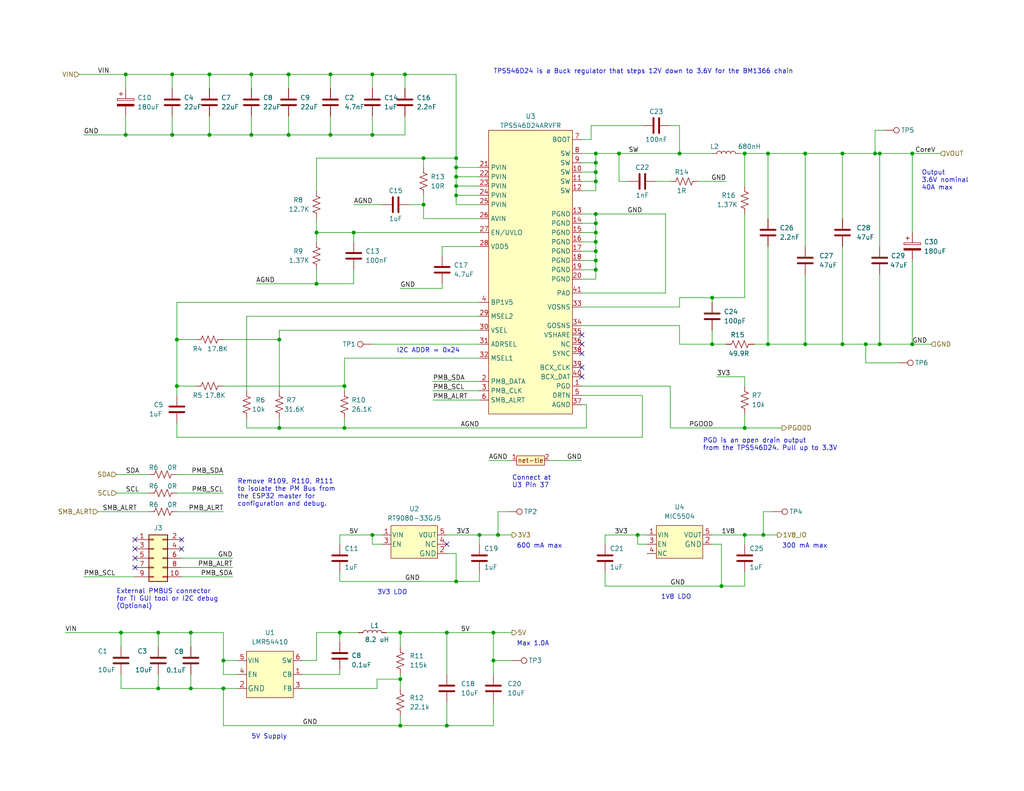
<source format=kicad_sch>
(kicad_sch (version 20231120) (generator "eeschema") (generator_version "8.0")
  (paper "A")
  (title_block (title "bitaxeHex") (date "2024-03-09") (rev "303"))
  (lib_symbols
    (symbol "Connector:TestPoint" (pin_numbers hide) (pin_names (offset 0.762) hide)
      (property "Reference" "TP" (at 0 6.858 0))
      (property "Value" "TestPoint" (at 0 5.08 0))
      (symbol "TestPoint_1_1"
        (pin passive line (at 0 0 90) (length 2.54) (name "1") (number "1"))
      )
    )
    (symbol "Connector_Generic:Conn_02x05_Odd_Even" (pin_names (offset 1.016) hide)
      (property "Reference" "J" (at 1.27 7.62 0))
      (property "Value" "Conn_02x05_Odd_Even" (at 1.27 -7.62 0))
      (symbol "Conn_02x05_Odd_Even_1_1"
        (pin passive line (at -5.08 5.08 0) (length 3.81) (name "Pin_1") (number "1"))
        (pin passive line (at 7.62 -5.08 180) (length 3.81) (name "Pin_10") (number "10"))
        (pin passive line (at 7.62 5.08 180) (length 3.81) (name "Pin_2") (number "2"))
        (pin passive line (at -5.08 2.54 0) (length 3.81) (name "Pin_3") (number "3"))
        (pin passive line (at 7.62 2.54 180) (length 3.81) (name "Pin_4") (number "4"))
        (pin passive line (at -5.08 0 0) (length 3.81) (name "Pin_5") (number "5"))
        (pin passive line (at 7.62 0 180) (length 3.81) (name "Pin_6") (number "6"))
        (pin passive line (at -5.08 -2.54 0) (length 3.81) (name "Pin_7") (number "7"))
        (pin passive line (at 7.62 -2.54 180) (length 3.81) (name "Pin_8") (number "8"))
        (pin passive line (at -5.08 -5.08 0) (length 3.81) (name "Pin_9") (number "9"))
      )
    )
    (symbol "Device:C" (pin_numbers hide) (pin_names (offset 0.254))
      (property "Reference" "C" (at 0.635 2.54 0))
      (property "Value" "C" (at 0.635 -2.54 0))
      (symbol "C_1_1"
        (pin passive line (at 0 3.81 270) (length 2.794) (name "~") (number "1"))
        (pin passive line (at 0 -3.81 90) (length 2.794) (name "~") (number "2"))
      )
    )
    (symbol "Device:C_Polarized" (pin_numbers hide) (pin_names (offset 0.254))
      (property "Reference" "C" (at 0.635 2.54 0))
      (property "Value" "C_Polarized" (at 0.635 -2.54 0))
      (symbol "C_Polarized_1_1"
        (pin passive line (at 0 3.81 270) (length 2.794) (name "~") (number "1"))
        (pin passive line (at 0 -3.81 90) (length 2.794) (name "~") (number "2"))
      )
    )
    (symbol "Device:L" (pin_numbers hide) (pin_names (offset 1.016) hide)
      (property "Reference" "L" (at -1.27 0 90))
      (property "Value" "L" (at 1.905 0 90))
      (symbol "L_1_1"
        (pin passive line (at 0 3.81 270) (length 1.27) (name "1") (number "1"))
        (pin passive line (at 0 -3.81 90) (length 1.27) (name "2") (number "2"))
      )
    )
    (symbol "Device:R_US" (pin_numbers hide) (pin_names (offset 0))
      (property "Reference" "R" (at 2.54 0 90))
      (property "Value" "R_US" (at -2.54 0 90))
      (symbol "R_US_1_1"
        (pin passive line (at 0 3.81 270) (length 1.27) (name "~") (number "1"))
        (pin passive line (at 0 -3.81 90) (length 1.27) (name "~") (number "2"))
      )
    )
    (symbol "bitaxe:LMR54410" (pin_names (offset 0.254))
      (property "Reference" "U" (at -5.08 7.62 0))
      (property "Value" "LMR54410" (at 0 -7.62 0))
      (symbol "LMR54410_1_1"
        (pin input line (at 8.89 0 180) (length 2.54) (name "CB") (number "1"))
        (pin power_in line (at -8.89 -3.81 0) (length 2.54) (name "GND") (number "2"))
        (pin input line (at 8.89 -3.81 180) (length 2.54) (name "FB") (number "3"))
        (pin input line (at -8.89 0 0) (length 2.54) (name "EN") (number "4"))
        (pin power_in line (at -8.89 3.81 0) (length 2.54) (name "VIN") (number "5"))
        (pin output line (at 8.89 3.81 180) (length 2.54) (name "SW") (number "6"))
      )
    )
    (symbol "bitaxe:MIC5504" (pin_names (offset 0.254))
      (property "Reference" "U" (at -6.35 5.08 0))
      (property "Value" "MIC5504" (at 0 -6.35 0))
      (symbol "MIC5504_1_1"
        (pin power_in line (at -8.89 1.27 0) (length 2.54) (name "VIN") (number "1"))
        (pin power_in line (at 8.89 -1.27 180) (length 2.54) (name "GND") (number "2"))
        (pin input line (at -8.89 -1.27 0) (length 2.54) (name "EN") (number "3"))
        (pin input line (at -8.89 -3.81 0) (length 2.54) (name "NC") (number "4"))
        (pin output line (at 8.89 1.27 180) (length 2.54) (name "VOUT") (number "5"))
      )
    )
    (symbol "bitaxe:RT9080-33GJ5" (pin_names (offset 0.254))
      (property "Reference" "U2" (at 0 8.382 0))
      (property "Value" "RT9080-33GJ5" (at 0 5.842 0))
      (symbol "RT9080-33GJ5_1_1"
        (pin power_in line (at -8.89 1.27 0) (length 2.54) (name "VIN") (number "1"))
        (pin power_in line (at 8.89 -3.81 180) (length 2.54) (name "GND") (number "2"))
        (pin input line (at -8.89 -1.27 0) (length 2.54) (name "EN") (number "3"))
        (pin power_in line (at 8.89 -1.27 180) (length 2.54) (name "NC") (number "4"))
        (pin output line (at 8.89 1.27 180) (length 2.54) (name "VOUT") (number "5"))
      )
    )
    (symbol "bitaxe:TPS546D24"
      (property "Reference" "U" (at -7.62 43.18 0))
      (property "Value" "TPS546D24" (at 6.35 43.18 0))
      (symbol "TPS546D24_1_1"
        (pin input line (at 13.97 -27.94 180) (length 2.54) (name "PGD") (number "1"))
        (pin power_in line (at 13.97 30.48 180) (length 2.54) (name "SW") (number "10"))
        (pin output line (at 13.97 27.94 180) (length 2.54) (name "SW") (number "11"))
        (pin power_out line (at 13.97 25.4 180) (length 2.54) (name "SW") (number "12"))
        (pin output line (at 13.97 19.05 180) (length 2.54) (name "PGND") (number "13"))
        (pin output line (at 13.97 16.51 180) (length 2.54) (name "PGND") (number "14"))
        (pin input line (at 13.97 13.97 180) (length 2.54) (name "PGND") (number "15"))
        (pin input line (at 13.97 11.43 180) (length 2.54) (name "PGND") (number "16"))
        (pin power_in line (at 13.97 8.89 180) (length 2.54) (name "PGND") (number "17"))
        (pin input line (at 13.97 6.35 180) (length 2.54) (name "PGND") (number "18"))
        (pin input line (at 13.97 3.81 180) (length 2.54) (name "PGND") (number "19"))
        (pin input line (at -13.97 -26.67 0) (length 2.54) (name "PMB_DATA") (number "2"))
        (pin power_in line (at 13.97 1.27 180) (length 2.54) (name "PGND") (number "20"))
        (pin input line (at -13.97 31.75 0) (length 2.54) (name "PVIN") (number "21"))
        (pin input line (at -13.97 29.21 0) (length 2.54) (name "PVIN") (number "22"))
        (pin input line (at -13.97 26.67 0) (length 2.54) (name "PVIN") (number "23"))
        (pin input line (at -13.97 24.13 0) (length 2.54) (name "PVIN") (number "24"))
        (pin input line (at -13.97 21.59 0) (length 2.54) (name "PVIN") (number "25"))
        (pin input line (at -13.97 17.78 0) (length 2.54) (name "AVIN") (number "26"))
        (pin input line (at -13.97 13.97 0) (length 2.54) (name "EN/UVLO") (number "27"))
        (pin output line (at -13.97 10.16 0) (length 2.54) (name "VDD5") (number "28"))
        (pin power_in line (at -13.97 -8.89 0) (length 2.54) (name "MSEL2") (number "29"))
        (pin input line (at -13.97 -29.21 0) (length 2.54) (name "PMB_CLK") (number "3"))
        (pin power_in line (at -13.97 -12.7 0) (length 2.54) (name "VSEL") (number "30"))
        (pin output line (at -13.97 -16.51 0) (length 2.54) (name "ADRSEL") (number "31"))
        (pin power_out line (at -13.97 -20.32 0) (length 2.54) (name "MSEL1") (number "32"))
        (pin output line (at 13.97 -6.35 180) (length 2.54) (name "VOSNS") (number "33"))
        (pin output line (at 13.97 -11.43 180) (length 2.54) (name "GOSNS") (number "34"))
        (pin input line (at 13.97 -13.97 180) (length 2.54) (name "VSHARE") (number "35"))
        (pin input line (at 13.97 -16.51 180) (length 2.54) (name "NC") (number "36"))
        (pin power_in line (at 13.97 -33.02 180) (length 2.54) (name "AGND") (number "37"))
        (pin input line (at 13.97 -19.05 180) (length 2.54) (name "SYNC") (number "38"))
        (pin input line (at 13.97 -22.86 180) (length 2.54) (name "BCX_CLK") (number "39"))
        (pin input line (at -13.97 -5.08 0) (length 2.54) (name "BP1V5") (number "4"))
        (pin input line (at 13.97 -25.4 180) (length 2.54) (name "BCX_DAT") (number "40"))
        (pin power_in line (at 13.97 -2.54 180) (length 2.54) (name "PAD") (number "41"))
        (pin input line (at 13.97 -30.48 180) (length 2.54) (name "DRTN") (number "5"))
        (pin input line (at -13.97 -31.75 0) (length 2.54) (name "SMB_ALRT") (number "6"))
        (pin input line (at 13.97 39.37 180) (length 2.54) (name "BOOT") (number "7"))
        (pin output line (at 13.97 35.56 180) (length 2.54) (name "SW") (number "8"))
        (pin power_in line (at 13.97 33.02 180) (length 2.54) (name "SW") (number "9"))
      )
    )
    (symbol "bitaxe:net-tie"
      (symbol "net-tie_1_0"
        (pin bidirectional line (at -5.08 0 0) (length 1.27) (name "") (number "1"))
        (pin bidirectional line (at 5.08 0 180) (length 1.27) (name "") (number "2"))
      )
      (symbol "net-tie_1_1"
        (text "net-tie" (at 0 0 0) (effects (font (size 1.27 1.27))))
      )
    )
  )
  (junction (at 162.56 58.42))
  (junction (at 203.2 116.84))
  (junction (at 173.99 146.05))
  (junction (at 48.26 92.71))
  (junction (at 52.07 187.96))
  (junction (at 52.07 172.72))
  (junction (at 96.52 63.5))
  (junction (at 229.87 93.98))
  (junction (at 109.22 198.12))
  (junction (at 124.46 48.26))
  (junction (at 33.02 172.72))
  (junction (at 121.92 172.72))
  (junction (at 90.17 20.32))
  (junction (at 135.89 146.05))
  (junction (at 238.76 41.91))
  (junction (at 43.18 172.72))
  (junction (at 219.71 93.98))
  (junction (at 115.57 55.88))
  (junction (at 109.22 185.42))
  (junction (at 78.74 36.83))
  (junction (at 162.56 71.12))
  (junction (at 34.29 36.83))
  (junction (at 124.46 45.72))
  (junction (at 78.74 20.32))
  (junction (at 162.56 41.91))
  (junction (at 115.57 43.18))
  (junction (at 60.96 187.96))
  (junction (at 248.92 41.91))
  (junction (at 46.99 36.83))
  (junction (at 57.15 20.32))
  (junction (at 162.56 49.53))
  (junction (at 196.85 160.02))
  (junction (at 57.15 36.83))
  (junction (at 162.56 46.99))
  (junction (at 185.42 41.91))
  (junction (at 124.46 43.18))
  (junction (at 162.56 44.45))
  (junction (at 162.56 60.96))
  (junction (at 162.56 68.58))
  (junction (at 101.6 36.83))
  (junction (at 219.71 41.91))
  (junction (at 68.58 36.83))
  (junction (at 68.58 20.32))
  (junction (at 134.62 180.34))
  (junction (at 168.91 41.91))
  (junction (at 203.2 41.91))
  (junction (at 93.98 116.84))
  (junction (at 248.92 93.98))
  (junction (at 110.49 20.32))
  (junction (at 124.46 53.34))
  (junction (at 236.22 93.98))
  (junction (at 162.56 73.66))
  (junction (at 124.46 158.75))
  (junction (at 124.46 50.8))
  (junction (at 162.56 63.5))
  (junction (at 101.6 20.32))
  (junction (at 46.99 20.32))
  (junction (at 209.55 93.98))
  (junction (at 76.2 92.71))
  (junction (at 48.26 105.41))
  (junction (at 134.62 172.72))
  (junction (at 43.18 187.96))
  (junction (at 109.22 172.72))
  (junction (at 208.28 146.05))
  (junction (at 86.36 63.5))
  (junction (at 162.56 66.04))
  (junction (at 34.29 20.32))
  (junction (at 101.6 146.05))
  (junction (at 92.71 172.72))
  (junction (at 203.2 146.05))
  (junction (at 209.55 41.91))
  (junction (at 93.98 105.41))
  (junction (at 130.81 146.05))
  (junction (at 229.87 41.91))
  (junction (at 60.96 180.34))
  (junction (at 86.36 77.47))
  (junction (at 121.92 198.12))
  (junction (at 240.03 41.91))
  (junction (at 194.31 81.28))
  (junction (at 76.2 116.84))
  (junction (at 240.03 93.98))
  (junction (at 90.17 36.83))
  (junction (at 194.31 93.98))
  (no_connect (at 158.75 102.87))
  (no_connect (at 49.53 149.86))
  (no_connect (at 121.92 148.59))
  (no_connect (at 158.75 96.52))
  (no_connect (at 49.53 147.32))
  (no_connect (at 36.83 147.32))
  (no_connect (at 36.83 154.94))
  (no_connect (at 36.83 149.86))
  (no_connect (at 36.83 152.4))
  (no_connect (at 158.75 91.44))
  (no_connect (at 158.75 100.33))
  (no_connect (at 158.75 93.98))
  (wire (pts (xy 130.81 55.88) (xy 124.46 55.88)))
  (wire (pts (xy 162.56 71.12) (xy 162.56 73.66)))
  (wire (pts (xy 203.2 146.05) (xy 208.28 146.05)))
  (wire (pts (xy 203.2 160.02) (xy 196.85 160.02)))
  (wire (pts (xy 173.99 148.59) (xy 173.99 146.05)))
  (wire (pts (xy 240.03 41.91) (xy 248.92 41.91)))
  (wire (pts (xy 22.86 157.48) (xy 36.83 157.48)))
  (wire (pts (xy 120.65 67.31) (xy 130.81 67.31)))
  (wire (pts (xy 203.2 146.05) (xy 203.2 148.59)))
  (wire (pts (xy 48.26 92.71) (xy 48.26 105.41)))
  (wire (pts (xy 57.15 20.32) (xy 46.99 20.32)))
  (wire (pts (xy 162.56 66.04) (xy 162.56 68.58)))
  (wire (pts (xy 158.75 60.96) (xy 162.56 60.96)))
  (wire (pts (xy 194.31 148.59) (xy 196.85 148.59)))
  (wire (pts (xy 158.75 80.01) (xy 181.61 80.01)))
  (wire (pts (xy 96.52 73.66) (xy 96.52 77.47)))
  (wire (pts (xy 96.52 63.5) (xy 86.36 63.5)))
  (wire (pts (xy 134.62 191.77) (xy 134.62 198.12)))
  (wire (pts (xy 240.03 41.91) (xy 240.03 67.31)))
  (wire (pts (xy 102.87 187.96) (xy 102.87 185.42)))
  (wire (pts (xy 158.75 83.82) (xy 185.42 83.82)))
  (wire (pts (xy 121.92 151.13) (xy 124.46 151.13)))
  (wire (pts (xy 158.75 52.07) (xy 162.56 52.07)))
  (wire (pts (xy 194.31 93.98) (xy 198.12 93.98)))
  (wire (pts (xy 165.1 146.05) (xy 173.99 146.05)))
  (wire (pts (xy 179.07 49.53) (xy 182.88 49.53)))
  (wire (pts (xy 185.42 88.9) (xy 185.42 93.98)))
  (wire (pts (xy 158.75 73.66) (xy 162.56 73.66)))
  (wire (pts (xy 46.99 31.75) (xy 46.99 36.83)))
  (wire (pts (xy 49.53 154.94) (xy 63.5 154.94)))
  (wire (pts (xy 203.2 41.91) (xy 209.55 41.91)))
  (wire (pts (xy 162.56 60.96) (xy 162.56 63.5)))
  (wire (pts (xy 33.02 172.72) (xy 33.02 176.53)))
  (wire (pts (xy 175.26 119.38) (xy 175.26 107.95)))
  (wire (pts (xy 43.18 172.72) (xy 52.07 172.72)))
  (wire (pts (xy 31.75 134.62) (xy 40.64 134.62)))
  (wire (pts (xy 52.07 172.72) (xy 52.07 176.53)))
  (wire (pts (xy 82.55 180.34) (xy 86.36 180.34)))
  (wire (pts (xy 121.92 172.72) (xy 109.22 172.72)))
  (wire (pts (xy 67.31 116.84) (xy 76.2 116.84)))
  (wire (pts (xy 158.75 38.1) (xy 161.29 38.1)))
  (wire (pts (xy 92.71 172.72) (xy 92.71 175.26)))
  (wire (pts (xy 162.56 52.07) (xy 162.56 49.53)))
  (wire (pts (xy 60.96 198.12) (xy 109.22 198.12)))
  (wire (pts (xy 133.35 125.73) (xy 139.7 125.73)))
  (wire (pts (xy 96.52 66.04) (xy 96.52 63.5)))
  (wire (pts (xy 48.26 105.41) (xy 53.34 105.41)))
  (wire (pts (xy 124.46 20.32) (xy 110.49 20.32)))
  (wire (pts (xy 60.96 105.41) (xy 93.98 105.41)))
  (wire (pts (xy 124.46 151.13) (xy 124.46 158.75)))
  (wire (pts (xy 203.2 41.91) (xy 203.2 50.8)))
  (wire (pts (xy 203.2 156.21) (xy 203.2 160.02)))
  (wire (pts (xy 109.22 184.15) (xy 109.22 185.42)))
  (wire (pts (xy 115.57 59.69) (xy 115.57 55.88)))
  (wire (pts (xy 60.96 187.96) (xy 52.07 187.96)))
  (wire (pts (xy 101.6 36.83) (xy 110.49 36.83)))
  (wire (pts (xy 138.43 139.7) (xy 135.89 139.7)))
  (wire (pts (xy 78.74 31.75) (xy 78.74 36.83)))
  (wire (pts (xy 26.67 139.7) (xy 40.64 139.7)))
  (wire (pts (xy 134.62 180.34) (xy 139.7 180.34)))
  (wire (pts (xy 67.31 114.3) (xy 67.31 116.84)))
  (wire (pts (xy 93.98 116.84) (xy 160.02 116.84)))
  (wire (pts (xy 219.71 41.91) (xy 219.71 67.31)))
  (wire (pts (xy 78.74 36.83) (xy 90.17 36.83)))
  (wire (pts (xy 46.99 20.32) (xy 34.29 20.32)))
  (wire (pts (xy 124.46 45.72) (xy 130.81 45.72)))
  (wire (pts (xy 33.02 187.96) (xy 33.02 184.15)))
  (wire (pts (xy 203.2 58.42) (xy 203.2 81.28)))
  (wire (pts (xy 121.92 191.77) (xy 121.92 198.12)))
  (wire (pts (xy 92.71 158.75) (xy 124.46 158.75)))
  (wire (pts (xy 229.87 67.31) (xy 229.87 93.98)))
  (wire (pts (xy 158.75 88.9) (xy 185.42 88.9)))
  (wire (pts (xy 48.26 139.7) (xy 60.96 139.7)))
  (wire (pts (xy 219.71 93.98) (xy 229.87 93.98)))
  (wire (pts (xy 48.26 92.71) (xy 53.34 92.71)))
  (wire (pts (xy 52.07 172.72) (xy 60.96 172.72)))
  (wire (pts (xy 168.91 41.91) (xy 185.42 41.91)))
  (wire (pts (xy 238.76 41.91) (xy 240.03 41.91)))
  (wire (pts (xy 124.46 48.26) (xy 130.81 48.26)))
  (wire (pts (xy 176.53 148.59) (xy 173.99 148.59)))
  (wire (pts (xy 115.57 53.34) (xy 115.57 55.88)))
  (wire (pts (xy 130.81 156.21) (xy 130.81 158.75)))
  (wire (pts (xy 210.82 139.7) (xy 208.28 139.7)))
  (wire (pts (xy 22.86 36.83) (xy 34.29 36.83)))
  (wire (pts (xy 115.57 43.18) (xy 124.46 43.18)))
  (wire (pts (xy 158.75 46.99) (xy 162.56 46.99)))
  (wire (pts (xy 158.75 71.12) (xy 162.56 71.12)))
  (wire (pts (xy 190.5 49.53) (xy 198.12 49.53)))
  (wire (pts (xy 240.03 93.98) (xy 248.92 93.98)))
  (wire (pts (xy 209.55 41.91) (xy 209.55 59.69)))
  (wire (pts (xy 86.36 52.07) (xy 86.36 43.18)))
  (wire (pts (xy 86.36 73.66) (xy 86.36 77.47)))
  (wire (pts (xy 78.74 20.32) (xy 68.58 20.32)))
  (wire (pts (xy 185.42 83.82) (xy 185.42 81.28)))
  (wire (pts (xy 240.03 74.93) (xy 240.03 93.98)))
  (wire (pts (xy 236.22 93.98) (xy 240.03 93.98)))
  (wire (pts (xy 82.55 184.15) (xy 92.71 184.15)))
  (wire (pts (xy 68.58 20.32) (xy 68.58 24.13)))
  (wire (pts (xy 60.96 180.34) (xy 60.96 172.72)))
  (wire (pts (xy 121.92 146.05) (xy 130.81 146.05)))
  (wire (pts (xy 162.56 44.45) (xy 162.56 41.91)))
  (wire (pts (xy 229.87 93.98) (xy 236.22 93.98)))
  (wire (pts (xy 68.58 36.83) (xy 78.74 36.83)))
  (wire (pts (xy 93.98 97.79) (xy 93.98 105.41)))
  (wire (pts (xy 93.98 97.79) (xy 130.81 97.79)))
  (wire (pts (xy 209.55 93.98) (xy 219.71 93.98)))
  (wire (pts (xy 134.62 172.72) (xy 134.62 180.34)))
  (wire (pts (xy 109.22 195.58) (xy 109.22 198.12)))
  (wire (pts (xy 43.18 187.96) (xy 33.02 187.96)))
  (wire (pts (xy 76.2 90.17) (xy 76.2 92.71)))
  (wire (pts (xy 185.42 93.98) (xy 194.31 93.98)))
  (wire (pts (xy 165.1 146.05) (xy 165.1 148.59)))
  (wire (pts (xy 238.76 35.56) (xy 238.76 41.91)))
  (wire (pts (xy 236.22 99.06) (xy 236.22 93.98)))
  (wire (pts (xy 229.87 41.91) (xy 238.76 41.91)))
  (wire (pts (xy 194.31 90.17) (xy 194.31 93.98)))
  (wire (pts (xy 46.99 36.83) (xy 57.15 36.83)))
  (wire (pts (xy 90.17 36.83) (xy 101.6 36.83)))
  (wire (pts (xy 90.17 20.32) (xy 78.74 20.32)))
  (wire (pts (xy 196.85 148.59) (xy 196.85 160.02)))
  (wire (pts (xy 182.88 105.41) (xy 182.88 116.84)))
  (wire (pts (xy 160.02 110.49) (xy 160.02 116.84)))
  (wire (pts (xy 219.71 74.93) (xy 219.71 93.98)))
  (wire (pts (xy 101.6 93.98) (xy 130.81 93.98)))
  (wire (pts (xy 182.88 116.84) (xy 203.2 116.84)))
  (wire (pts (xy 110.49 20.32) (xy 110.49 24.13)))
  (wire (pts (xy 118.11 104.14) (xy 130.81 104.14)))
  (wire (pts (xy 49.53 152.4) (xy 63.5 152.4)))
  (wire (pts (xy 124.46 20.32) (xy 124.46 43.18)))
  (wire (pts (xy 111.76 55.88) (xy 115.57 55.88)))
  (wire (pts (xy 135.89 146.05) (xy 139.7 146.05)))
  (wire (pts (xy 76.2 116.84) (xy 93.98 116.84)))
  (wire (pts (xy 86.36 59.69) (xy 86.36 63.5)))
  (wire (pts (xy 162.56 68.58) (xy 162.56 71.12)))
  (wire (pts (xy 120.65 77.47) (xy 120.65 78.74)))
  (wire (pts (xy 124.46 43.18) (xy 124.46 45.72)))
  (wire (pts (xy 78.74 20.32) (xy 78.74 24.13)))
  (wire (pts (xy 86.36 63.5) (xy 86.36 66.04)))
  (wire (pts (xy 124.46 50.8) (xy 130.81 50.8)))
  (wire (pts (xy 124.46 45.72) (xy 124.46 48.26)))
  (wire (pts (xy 162.56 46.99) (xy 162.56 44.45)))
  (wire (pts (xy 17.78 172.72) (xy 33.02 172.72)))
  (wire (pts (xy 158.75 105.41) (xy 182.88 105.41)))
  (wire (pts (xy 109.22 172.72) (xy 109.22 176.53)))
  (wire (pts (xy 43.18 187.96) (xy 43.18 184.15)))
  (wire (pts (xy 60.96 184.15) (xy 60.96 180.34)))
  (wire (pts (xy 48.26 129.54) (xy 60.96 129.54)))
  (wire (pts (xy 92.71 172.72) (xy 97.79 172.72)))
  (wire (pts (xy 48.26 119.38) (xy 175.26 119.38)))
  (wire (pts (xy 135.89 139.7) (xy 135.89 146.05)))
  (wire (pts (xy 162.56 76.2) (xy 158.75 76.2)))
  (wire (pts (xy 64.77 184.15) (xy 60.96 184.15)))
  (wire (pts (xy 248.92 93.98) (xy 254 93.98)))
  (wire (pts (xy 34.29 36.83) (xy 46.99 36.83)))
  (wire (pts (xy 48.26 134.62) (xy 60.96 134.62)))
  (wire (pts (xy 241.3 35.56) (xy 238.76 35.56)))
  (wire (pts (xy 134.62 180.34) (xy 134.62 184.15)))
  (wire (pts (xy 48.26 107.95) (xy 48.26 105.41)))
  (wire (pts (xy 76.2 90.17) (xy 130.81 90.17)))
  (wire (pts (xy 158.75 110.49) (xy 160.02 110.49)))
  (wire (pts (xy 248.92 41.91) (xy 256.54 41.91)))
  (wire (pts (xy 92.71 184.15) (xy 92.71 182.88)))
  (wire (pts (xy 248.92 71.12) (xy 248.92 93.98)))
  (wire (pts (xy 175.26 107.95) (xy 158.75 107.95)))
  (wire (pts (xy 134.62 198.12) (xy 121.92 198.12)))
  (wire (pts (xy 158.75 66.04) (xy 162.56 66.04)))
  (wire (pts (xy 96.52 55.88) (xy 104.14 55.88)))
  (wire (pts (xy 115.57 45.72) (xy 115.57 43.18)))
  (wire (pts (xy 101.6 20.32) (xy 90.17 20.32)))
  (wire (pts (xy 171.45 49.53) (xy 168.91 49.53)))
  (wire (pts (xy 68.58 20.32) (xy 57.15 20.32)))
  (wire (pts (xy 149.86 125.73) (xy 158.75 125.73)))
  (wire (pts (xy 203.2 81.28) (xy 194.31 81.28)))
  (wire (pts (xy 185.42 81.28) (xy 194.31 81.28)))
  (wire (pts (xy 110.49 20.32) (xy 101.6 20.32)))
  (wire (pts (xy 173.99 146.05) (xy 176.53 146.05)))
  (wire (pts (xy 124.46 53.34) (xy 130.81 53.34)))
  (wire (pts (xy 64.77 180.34) (xy 60.96 180.34)))
  (wire (pts (xy 196.85 160.02) (xy 165.1 160.02)))
  (wire (pts (xy 195.58 102.87) (xy 203.2 102.87)))
  (wire (pts (xy 161.29 34.29) (xy 175.26 34.29)))
  (wire (pts (xy 48.26 82.55) (xy 130.81 82.55)))
  (wire (pts (xy 105.41 172.72) (xy 109.22 172.72)))
  (wire (pts (xy 124.46 48.26) (xy 124.46 50.8)))
  (wire (pts (xy 162.56 41.91) (xy 168.91 41.91)))
  (wire (pts (xy 208.28 139.7) (xy 208.28 146.05)))
  (wire (pts (xy 134.62 172.72) (xy 139.7 172.72)))
  (wire (pts (xy 86.36 172.72) (xy 92.71 172.72)))
  (wire (pts (xy 118.11 106.68) (xy 130.81 106.68)))
  (wire (pts (xy 120.65 69.85) (xy 120.65 67.31)))
  (wire (pts (xy 48.26 82.55) (xy 48.26 92.71)))
  (wire (pts (xy 102.87 185.42) (xy 109.22 185.42)))
  (wire (pts (xy 121.92 172.72) (xy 121.92 184.15)))
  (wire (pts (xy 52.07 187.96) (xy 43.18 187.96)))
  (wire (pts (xy 34.29 31.75) (xy 34.29 36.83)))
  (wire (pts (xy 209.55 41.91) (xy 219.71 41.91)))
  (wire (pts (xy 46.99 20.32) (xy 46.99 24.13)))
  (wire (pts (xy 121.92 172.72) (xy 134.62 172.72)))
  (wire (pts (xy 130.81 146.05) (xy 135.89 146.05)))
  (wire (pts (xy 162.56 41.91) (xy 158.75 41.91)))
  (wire (pts (xy 124.46 50.8) (xy 124.46 53.34)))
  (wire (pts (xy 67.31 86.36) (xy 130.81 86.36)))
  (wire (pts (xy 229.87 41.91) (xy 229.87 59.69)))
  (wire (pts (xy 245.11 99.06) (xy 236.22 99.06)))
  (wire (pts (xy 165.1 160.02) (xy 165.1 156.21)))
  (wire (pts (xy 201.93 41.91) (xy 203.2 41.91)))
  (wire (pts (xy 34.29 24.13) (xy 34.29 20.32)))
  (wire (pts (xy 124.46 53.34) (xy 124.46 55.88)))
  (wire (pts (xy 101.6 148.59) (xy 101.6 146.05)))
  (wire (pts (xy 185.42 41.91) (xy 194.31 41.91)))
  (wire (pts (xy 33.02 172.72) (xy 43.18 172.72)))
  (wire (pts (xy 67.31 86.36) (xy 67.31 106.68)))
  (wire (pts (xy 21.59 20.32) (xy 34.29 20.32)))
  (wire (pts (xy 203.2 116.84) (xy 213.36 116.84)))
  (wire (pts (xy 93.98 116.84) (xy 93.98 114.3)))
  (wire (pts (xy 69.85 77.47) (xy 86.36 77.47)))
  (wire (pts (xy 57.15 31.75) (xy 57.15 36.83)))
  (wire (pts (xy 205.74 93.98) (xy 209.55 93.98)))
  (wire (pts (xy 181.61 80.01) (xy 181.61 58.42)))
  (wire (pts (xy 158.75 63.5) (xy 162.56 63.5)))
  (wire (pts (xy 109.22 78.74) (xy 120.65 78.74)))
  (wire (pts (xy 124.46 158.75) (xy 130.81 158.75)))
  (wire (pts (xy 248.92 63.5) (xy 248.92 41.91)))
  (wire (pts (xy 168.91 49.53) (xy 168.91 41.91)))
  (wire (pts (xy 185.42 34.29) (xy 185.42 41.91)))
  (wire (pts (xy 31.75 129.54) (xy 40.64 129.54)))
  (wire (pts (xy 104.14 148.59) (xy 101.6 148.59)))
  (wire (pts (xy 203.2 105.41) (xy 203.2 102.87)))
  (wire (pts (xy 115.57 59.69) (xy 130.81 59.69)))
  (wire (pts (xy 76.2 114.3) (xy 76.2 116.84)))
  (wire (pts (xy 162.56 58.42) (xy 181.61 58.42)))
  (wire (pts (xy 118.11 109.22) (xy 130.81 109.22)))
  (wire (pts (xy 162.56 58.42) (xy 162.56 60.96)))
  (wire (pts (xy 219.71 41.91) (xy 229.87 41.91)))
  (wire (pts (xy 162.56 49.53) (xy 162.56 46.99)))
  (wire (pts (xy 86.36 77.47) (xy 96.52 77.47)))
  (wire (pts (xy 158.75 44.45) (xy 162.56 44.45)))
  (wire (pts (xy 162.56 73.66) (xy 162.56 76.2)))
  (wire (pts (xy 90.17 31.75) (xy 90.17 36.83)))
  (wire (pts (xy 52.07 184.15) (xy 52.07 187.96)))
  (wire (pts (xy 43.18 172.72) (xy 43.18 176.53)))
  (wire (pts (xy 64.77 187.96) (xy 60.96 187.96)))
  (wire (pts (xy 92.71 146.05) (xy 92.71 148.59)))
  (wire (pts (xy 158.75 68.58) (xy 162.56 68.58)))
  (wire (pts (xy 158.75 49.53) (xy 162.56 49.53)))
  (wire (pts (xy 93.98 105.41) (xy 93.98 106.68)))
  (wire (pts (xy 203.2 113.03) (xy 203.2 116.84)))
  (wire (pts (xy 76.2 92.71) (xy 76.2 106.68)))
  (wire (pts (xy 57.15 20.32) (xy 57.15 24.13)))
  (wire (pts (xy 68.58 31.75) (xy 68.58 36.83)))
  (wire (pts (xy 130.81 146.05) (xy 130.81 148.59)))
  (wire (pts (xy 182.88 34.29) (xy 185.42 34.29)))
  (wire (pts (xy 96.52 63.5) (xy 130.81 63.5)))
  (wire (pts (xy 92.71 146.05) (xy 101.6 146.05)))
  (wire (pts (xy 109.22 185.42) (xy 109.22 187.96)))
  (wire (pts (xy 86.36 43.18) (xy 115.57 43.18)))
  (wire (pts (xy 82.55 187.96) (xy 102.87 187.96)))
  (wire (pts (xy 208.28 146.05) (xy 212.09 146.05)))
  (wire (pts (xy 60.96 92.71) (xy 76.2 92.71)))
  (wire (pts (xy 60.96 187.96) (xy 60.96 198.12)))
  (wire (pts (xy 86.36 180.34) (xy 86.36 172.72)))
  (wire (pts (xy 158.75 58.42) (xy 162.56 58.42)))
  (wire (pts (xy 101.6 146.05) (xy 104.14 146.05)))
  (wire (pts (xy 209.55 67.31) (xy 209.55 93.98)))
  (wire (pts (xy 194.31 146.05) (xy 203.2 146.05)))
  (wire (pts (xy 49.53 157.48) (xy 63.5 157.48)))
  (wire (pts (xy 101.6 31.75) (xy 101.6 36.83)))
  (wire (pts (xy 161.29 38.1) (xy 161.29 34.29)))
  (wire (pts (xy 194.31 81.28) (xy 194.31 82.55)))
  (wire (pts (xy 110.49 36.83) (xy 110.49 31.75)))
  (wire (pts (xy 90.17 20.32) (xy 90.17 24.13)))
  (wire (pts (xy 57.15 36.83) (xy 68.58 36.83)))
  (wire (pts (xy 162.56 63.5) (xy 162.56 66.04)))
  (wire (pts (xy 121.92 198.12) (xy 109.22 198.12)))
  (wire (pts (xy 101.6 20.32) (xy 101.6 24.13)))
  (wire (pts (xy 48.26 115.57) (xy 48.26 119.38)))
  (wire (pts (xy 92.71 158.75) (xy 92.71 156.21)))
  (text "1V8 LDO" (at 180.34 163.83 0) (effects (font (size 1.27 1.27)) (justify left bottom)))
  (text "Output \n3.6V nominal\n40A max" (at 251.46 52.07 0) (effects (font (size 1.27 1.27)) (justify left bottom)))
  (text "TPS546D24 is a Buck regulator that steps 12V down to 3.6V for the BM1366 chain" (at 134.62 20.32 0) (effects (font (size 1.27 1.27)) (justify left bottom)))
  (text "3V3 LDO" (at 102.87 162.56 0) (effects (font (size 1.27 1.27)) (justify left bottom)))
  (text "300 mA max" (at 213.36 149.86 0) (effects (font (size 1.27 1.27)) (justify left bottom)))
  (text "Remove R109, R110, R111\nto isolate the PM Bus from\nthe ESP32 master for \nconfiguration and debug." (at 64.77 138.43 0) (effects (font (size 1.27 1.27)) (justify left bottom)))
  (text "Max 1.0A" (at 140.97 176.53 0) (effects (font (size 1.27 1.27)) (justify left bottom)))
  (text "Connect at\nU3 Pin 37" (at 139.7 133.35 0) (effects (font (size 1.27 1.27)) (justify left bottom)))
  (text "External PMBUS connector\nfor TI GUI tool or I2C debug\n(Optional)" (at 31.75 166.37 0) (effects (font (size 1.27 1.27)) (justify left bottom)))
  (text "600 mA max" (at 140.97 149.86 0) (effects (font (size 1.27 1.27)) (justify left bottom)))
  (text "5V Supply" (at 68.58 201.93 0) (effects (font (size 1.27 1.27)) (justify left bottom)))
  (text "PGD is an open drain output\nfrom the TPS546D24. Pull up to 3.3V" (at 191.77 123.19 0) (effects (font (size 1.27 1.27)) (justify left bottom)))
  (text "I2C ADDR = 0x24" (at 108.204 96.52 0) (effects (font (size 1.27 1.27)) (justify left bottom)))
  (label "SW" (at 171.45 41.91 0))
  (label "AGND" (at 133.35 125.73 0))
  (label "GND" (at 182.88 160.02 0))
  (label "CoreV" (at 255.27 41.91 180))
  (label "GND" (at 175.26 58.42 180))
  (label "GND" (at 158.75 125.73 180))
  (label "PMB_ALRT" (at 60.96 139.7 180))
  (label "PMB_ALRT" (at 63.5 154.94 180))
  (label "AGND" (at 130.81 116.84 180))
  (label "SDA" (at 34.29 129.54 0))
  (label "PGOOD" (at 187.96 116.84 0))
  (label "GND" (at 109.22 78.74 0))
  (label "1V8" (at 196.85 146.05 0))
  (label "5V" (at 95.25 146.05 0))
  (label "VIN" (at 26.67 20.32 0))
  (label "PMB_SDA" (at 60.96 129.54 180))
  (label "PMB_SCL" (at 22.86 157.48 0))
  (label "PMB_SCL" (at 118.11 106.68 0))
  (label "PMB_SDA" (at 63.5 157.48 180))
  (label "VIN" (at 17.78 172.72 0))
  (label "GND" (at 22.86 36.83 0))
  (label "3V3" (at 124.46 146.05 0))
  (label "AGND" (at 69.85 77.47 0))
  (label "GND" (at 82.55 198.12 0))
  (label "PMB_SCL" (at 60.96 134.62 180))
  (label "SCL" (at 34.29 134.62 0))
  (label "GND" (at 110.49 158.75 0))
  (label "GND" (at 248.92 93.98 0))
  (label "PMB_ALRT" (at 118.11 109.22 0))
  (label "SMB_ALRT" (at 27.94 139.7 0))
  (label "AGND" (at 96.52 55.88 0))
  (label "5V" (at 125.73 172.72 0))
  (label "GND" (at 63.5 152.4 180))
  (label "GND" (at 198.12 49.53 180))
  (label "PMB_SDA" (at 118.11 104.14 0))
  (label "3V3" (at 195.58 102.87 0))
  (label "3V3" (at 167.64 146.05 0))
  (hierarchical_label "3V3" (shape output) (at 139.7 146.05 0))
  (hierarchical_label "VIN" (shape input) (at 21.59 20.32 180))
  (hierarchical_label "SDA" (shape input) (at 31.75 129.54 180))
  (hierarchical_label "VOUT" (shape input) (at 256.54 41.91 0))
  (hierarchical_label "GND" (shape input) (at 254 93.98 0))
  (hierarchical_label "SCL" (shape input) (at 31.75 134.62 180))
  (hierarchical_label "1V8_IO" (shape output) (at 212.09 146.05 0))
  (hierarchical_label "SMB_ALRT" (shape input) (at 26.67 139.7 180))
  (hierarchical_label "5V" (shape output) (at 139.7 172.72 0))
  (hierarchical_label "PGOOD" (shape output) (at 213.36 116.84 0))
  (symbol (lib_id "Device:C") (at 179.07 34.29 90) (unit 1)
    (property "Reference" "C23" (at 179.07 30.48 90))
    (property "Value" "100nF" (at 179.07 38.1 90))
    (property "Footprint" "Capacitor_SMD:C_0805_2012Metric" (effects (hide yes)))
    (property "DK" "478-KGM21NR71E104KTCT-ND" (effects (hide yes)))
    (property "PARTNO" "KGM21NR71E104KT" (effects (hide yes)))
  )
  (symbol (lib_id "Device:C_Polarized") (at 248.92 67.31 0) (unit 1)
    (property "Reference" "C30" (at 252.095 66.04 0) (effects (justify left)))
    (property "Value" "180uF" (at 252.095 68.58 0) (effects (justify left)))
    (property "Footprint" "Capacitor_SMD:CP_Elec_6.3x5.9" (effects (hide yes)))
    (property "Datasheet" "https://industrial.panasonic.com/cdbs/www-data/pdf/AAB8000/AAB8000C177.pdf" (effects (hide yes)))
    (property "DK" "P16479CT-ND" (effects (hide yes)))
    (property "PARTNO" "16SVPF180M" (effects (hide yes)))
    (property "HEIGHT" "5.9mm" (effects (hide yes)))
  )
  (symbol (lib_id "Device:R_US") (at 44.45 139.7 90) (unit 1)
    (property "Reference" "R6" (at 41.91 137.795 90))
    (property "Value" "0R" (at 46.99 137.795 90))
    (property "Footprint" "Resistor_SMD:R_0402_1005Metric" (effects (hide yes)))
    (property "DK" "311-0.0JRCT-ND" (effects (hide yes)))
    (property "PARTNO" "RC0402JR-070RL" (effects (hide yes)))
    (instances (project "bm1397" (path "" (reference "R6") (unit 1))) (project "bitaxeHex" (path "" (reference "R3") (unit 1))))
  )
  (symbol (lib_id "Device:C") (at 92.71 179.07 0) (unit 1)
    (property "Reference" "C8" (at 95.885 179.705 0) (effects (justify left bottom)))
    (property "Value" "0.1uF" (at 95.885 182.245 0) (effects (justify left bottom)))
    (property "Footprint" "Capacitor_SMD:C_0402_1005Metric" (effects (hide yes)))
    (property "DK" "478-KGM05AR71C104KHCT-ND" (effects (hide yes)))
    (property "PARTNO" "KGM05AR71C104KH" (effects (hide yes)))
    (instances (project "bm1366" (path "" (reference "C8") (unit 1))) (project "bitaxeHex" (path "" (reference "C12") (unit 1))))
  )
  (symbol (lib_id "Device:L") (at 198.12 41.91 90) (unit 1)
    (property "Reference" "L2" (at 194.945 40.005 90))
    (property "Value" "680nH" (at 204.47 40.005 90))
    (property "Footprint" "Inductor_SMD:L_Coilcraft_XAL1010-XXX" (effects (hide yes)))
    (property "Datasheet" "https://www.coilcraft.com/getmedia/dd74e670-e705-456a-9a69-585fe02eaf3c/xal1010.pdf" (effects (hide yes)))
    (property "PARTNO" "XAL1010-681MED" (effects (hide yes)))
    (property "DK" "2457-XAL1010-681MED-ND" (effects (hide yes)))
    (property "Mouser" "994-XAL1010-681MED" (effects (hide yes)))
    (property "HEIGHT" "10mm" (effects (hide yes)))
  )
  (symbol (lib_id "Device:C") (at 203.2 152.4 0) (unit 1)
    (property "Reference" "C25" (at 204.47 150.495 0) (effects (justify left bottom)))
    (property "Value" "1uF" (at 204.47 155.575 0) (effects (justify left bottom)))
    (property "Footprint" "Capacitor_SMD:C_0402_1005Metric" (effects (hide yes)))
    (property "DK" "587-5514-1-ND" (effects (hide yes)))
    (property "PARTNO" "EMK105BJ105MV-F" (effects (hide yes)))
  )
  (symbol (lib_id "bitaxe:LMR54410") (at 73.66 184.15 0) (unit 1)
    (property "Reference" "U1" (at 73.66 172.72 0))
    (property "Value" "LMR54410" (at 73.66 175.26 0))
    (property "Footprint" "Package_TO_SOT_SMD:SOT-23-6" (effects (hide yes)))
    (property "Datasheet" "https://www.ti.com/lit/ds/symlink/lmr54406.pdf" (effects (hide yes)))
    (property "DK" "296-LMR54410DBVRCT-ND" (effects (hide yes)))
    (property "PARTNO" "LMR54410FDBVR" (effects (hide yes)))
  )
  (symbol (lib_id "Device:R_US") (at 44.45 129.54 90) (unit 1)
    (property "Reference" "R6" (at 41.91 127.635 90))
    (property "Value" "0R" (at 46.99 127.635 90))
    (property "Footprint" "Resistor_SMD:R_0402_1005Metric" (effects (hide yes)))
    (property "DK" "311-0.0JRCT-ND" (effects (hide yes)))
    (property "PARTNO" "RC0402JR-070RL" (effects (hide yes)))
    (instances (project "bm1397" (path "" (reference "R6") (unit 1))) (project "bitaxeHex" (path "" (reference "R1") (unit 1))))
  )
  (symbol (lib_id "Connector:TestPoint") (at 210.82 139.7 270) (mirror x) (unit 1) (in_bom no)
    (property "Reference" "TP4" (at 217.17 139.7 90))
    (property "Value" "TestPoint" (effects (hide yes)))
    (property "Footprint" "TestPoint:TestPoint_Pad_D1.0mm" (effects (hide yes)))
  )
  (symbol (lib_id "Device:C") (at 194.31 86.36 0) (unit 1)
    (property "Reference" "C24" (at 197.485 85.09 0) (effects (justify left)))
    (property "Value" "100pF" (at 197.485 87.63 0) (effects (justify left)))
    (property "Footprint" "Capacitor_SMD:C_0402_1005Metric" (effects (hide yes)))
    (property "DK" "732-7431-1-ND" (effects (hide yes)))
    (property "PARTNO" "885012005013" (effects (hide yes)))
  )
  (symbol (lib_id "Device:C") (at 134.62 187.96 0) (unit 1)
    (property "Reference" "C20" (at 138.43 186.69 0) (effects (justify left)))
    (property "Value" "10uF" (at 138.43 189.23 0) (effects (justify left)))
    (property "Footprint" "Capacitor_SMD:C_0805_2012Metric" (effects (hide yes)))
    (property "DK" "490-18664-1-ND" (effects (hide yes)))
    (property "PARTNO" "GRM21BR61H106ME43L" (effects (hide yes)))
  )
  (symbol (lib_id "Device:R_US") (at 201.93 93.98 90) (unit 1)
    (property "Reference" "R15" (at 203.2 91.44 90) (effects (justify left)))
    (property "Value" "49.9R" (at 204.47 96.52 90) (effects (justify left)))
    (property "Footprint" "Resistor_SMD:R_0402_1005Metric" (effects (hide yes)))
    (property "DK" "311-49.9LRCT-ND" (effects (hide yes)))
    (property "PARTNO" "RC0402FR-0749R9L" (effects (hide yes)))
  )
  (symbol (lib_id "Device:C") (at 219.71 71.12 0) (unit 1)
    (property "Reference" "C27" (at 223.52 69.85 0) (effects (justify left)))
    (property "Value" "47uF" (at 223.52 72.39 0) (effects (justify left)))
    (property "Footprint" "Capacitor_SMD:C_1210_3225Metric" (effects (hide yes)))
    (property "DK" "490-6539-1-ND" (effects (hide yes)))
    (property "PARTNO" "GRM32ER61C476KE15L" (effects (hide yes)))
  )
  (symbol (lib_id "Device:R_US") (at 186.69 49.53 90) (unit 1)
    (property "Reference" "R14" (at 187.96 46.99 90) (effects (justify left)))
    (property "Value" "1R" (at 187.325 52.07 90) (effects (justify left)))
    (property "Footprint" "Resistor_SMD:R_1206_3216Metric" (effects (hide yes)))
    (property "DK" "CSR1206FT1R00CT-ND" (effects (hide yes)))
    (property "PARTNO" "CSR1206FT1R00" (effects (hide yes)))
  )
  (symbol (lib_id "Device:R_US") (at 115.57 49.53 0) (unit 1)
    (property "Reference" "R13" (at 117.475 48.26 0) (effects (justify left)))
    (property "Value" "10R" (at 117.475 50.8 0) (effects (justify left)))
    (property "Footprint" "Resistor_SMD:R_0402_1005Metric" (effects (hide yes)))
    (property "DK" "311-10.0LRCT-ND" (effects (hide yes)))
    (property "PARTNO" "RC0402FR-0710RL" (effects (hide yes)))
  )
  (symbol (lib_id "Device:R_US") (at 44.45 134.62 90) (unit 1)
    (property "Reference" "R6" (at 41.91 132.715 90))
    (property "Value" "0R" (at 46.99 132.715 90))
    (property "Footprint" "Resistor_SMD:R_0402_1005Metric" (effects (hide yes)))
    (property "DK" "311-0.0JRCT-ND" (effects (hide yes)))
    (property "PARTNO" "RC0402JR-070RL" (effects (hide yes)))
    (instances (project "bm1397" (path "" (reference "R6") (unit 1))) (project "bitaxeHex" (path "" (reference "R2") (unit 1))))
  )
  (symbol (lib_id "bitaxe:MIC5504") (at 185.42 147.32 0) (unit 1)
    (property "Reference" "U4" (at 185.42 138.43 0))
    (property "Value" "MIC5504" (at 185.42 140.97 0))
    (property "Footprint" "Package_TO_SOT_SMD:SOT-23-5_HandSoldering" (effects (hide yes)))
    (property "Datasheet" "https://www.digikey.com/en/products/detail/microchip-technology/MIC5504-1-8YM5-TR/5209404" (effects (hide yes)))
    (property "DK" "576-4879-1-ND" (effects (hide yes)))
    (property "PARTNO" "MIC5504-1.8YM5-TR" (effects (hide yes)))
  )
  (symbol (lib_id "Device:C") (at 209.55 63.5 0) (unit 1)
    (property "Reference" "C26" (at 212.725 62.23 0) (effects (justify left)))
    (property "Value" "2.2nF" (at 212.725 64.77 0) (effects (justify left)))
    (property "Footprint" "Capacitor_SMD:C_0402_1005Metric" (effects (hide yes)))
    (property "DK" "490-8257-1-ND" (effects (hide yes)))
    (property "PARTNO" "GRM155R61H222KA01D" (effects (hide yes)))
  )
  (symbol (lib_id "Device:R_US") (at 57.15 105.41 90) (unit 1)
    (property "Reference" "R5" (at 55.245 107.95 90) (effects (justify left)))
    (property "Value" "17.8K" (at 61.595 107.95 90) (effects (justify left)))
    (property "Footprint" "Resistor_SMD:R_0402_1005Metric" (effects (hide yes)))
    (property "DK" "RMCF0402FT17K8CT-ND" (effects (hide yes)))
    (property "PARTNO" "RMCF0402FT17K8" (effects (hide yes)))
  )
  (symbol (lib_id "Connector:TestPoint") (at 241.3 35.56 270) (mirror x) (unit 1) (in_bom no)
    (property "Reference" "TP5" (at 247.65 35.56 90))
    (property "Value" "TestPoint" (effects (hide yes)))
    (property "Footprint" "TestPoint:TestPoint_Pad_D1.0mm" (effects (hide yes)))
  )
  (symbol (lib_id "Device:C") (at 110.49 27.94 0) (unit 1)
    (property "Reference" "C16" (at 113.665 26.67 0) (effects (justify left)))
    (property "Value" "2.2nF" (at 113.665 29.21 0) (effects (justify left)))
    (property "Footprint" "Capacitor_SMD:C_0402_1005Metric" (effects (hide yes)))
    (property "DK" "490-8257-1-ND" (effects (hide yes)))
    (property "PARTNO" "GRM155R61H222KA01D" (effects (hide yes)))
  )
  (symbol (lib_id "bitaxe:RT9080-33GJ5") (at 113.03 147.32 0) (unit 1)
    (property "Reference" "U2" (at 113.03 138.938 0))
    (property "Value" "RT9080-33GJ5" (at 113.03 141.478 0))
    (property "Footprint" "bitaxe:RT9080-33GJ5" (effects (hide yes)))
    (property "Datasheet" "https://www.richtek.com/assets/product_file/RT9080/DS9080-05.pdf" (effects (hide yes)))
    (property "DK" "1028-1509-1-ND" (effects (hide yes)))
    (property "PARTNO" "RT9080-33GJ5" (effects (hide yes)))
  )
  (symbol (lib_id "Device:R_US") (at 86.36 69.85 0) (unit 1)
    (property "Reference" "R9" (at 80.01 68.58 0) (effects (justify left)))
    (property "Value" "1.37K" (at 78.74 71.12 0) (effects (justify left)))
    (property "Footprint" "Resistor_SMD:R_0402_1005Metric" (effects (hide yes)))
    (property "DK" "YAG3035CT-ND" (effects (hide yes)))
    (property "PARTNO" "RC0402FR-071K37L" (effects (hide yes)))
  )
  (symbol (lib_id "Device:R_US") (at 109.22 191.77 0) (unit 1)
    (property "Reference" "R12" (at 111.76 190.5 0) (effects (justify left)))
    (property "Value" "22.1k" (at 111.76 193.04 0) (effects (justify left)))
    (property "Footprint" "Resistor_SMD:R_0402_1005Metric" (effects (hide yes)))
    (property "DK" "311-22.1KLRCT-ND" (effects (hide yes)))
    (property "PARTNO" "RC0402FR-0722K1L" (effects (hide yes)))
  )
  (symbol (lib_id "Connector:TestPoint") (at 138.43 139.7 270) (mirror x) (unit 1) (in_bom no)
    (property "Reference" "TP2" (at 144.78 139.7 90))
    (property "Value" "TestPoint" (effects (hide yes)))
    (property "Footprint" "TestPoint:TestPoint_Pad_D1.0mm" (effects (hide yes)))
  )
  (symbol (lib_id "bitaxe:net-tie") (at 144.78 125.73 0) (unit 1) (in_bom no)
    (property "Reference" "T1" (effects (hide yes)))
    (property "Value" "net-tie" (effects (hide yes)))
    (property "Footprint" "bitaxe:Net-Tie-0.25mm" (effects (hide yes)))
  )
  (symbol (lib_id "Device:C") (at 101.6 27.94 0) (unit 1)
    (property "Reference" "C14" (at 104.775 26.67 0) (effects (justify left)))
    (property "Value" "1uF" (at 104.775 29.21 0) (effects (justify left)))
    (property "Footprint" "Capacitor_SMD:C_0805_2012Metric" (effects (hide yes)))
    (property "DK" "587-1291-1-ND" (effects (hide yes)))
    (property "PARTNO" "TMK212BJ105KG-T" (effects (hide yes)))
  )
  (symbol (lib_id "Device:R_US") (at 76.2 110.49 0) (unit 1)
    (property "Reference" "R7" (at 78.105 109.22 0) (effects (justify left)))
    (property "Value" "31.6K" (at 77.47 111.76 0) (effects (justify left)))
    (property "Footprint" "Resistor_SMD:R_0402_1005Metric" (effects (hide yes)))
    (property "DK" "YAG3115CT-ND" (effects (hide yes)))
    (property "PARTNO" "RC0402FR-0731K6L" (effects (hide yes)))
  )
  (symbol (lib_id "Device:C") (at 165.1 152.4 0) (unit 1)
    (property "Reference" "C21" (at 166.37 150.495 0) (effects (justify left bottom)))
    (property "Value" "1uF" (at 166.37 155.575 0) (effects (justify left bottom)))
    (property "Footprint" "Capacitor_SMD:C_0402_1005Metric" (effects (hide yes)))
    (property "DK" "587-5514-1-ND" (effects (hide yes)))
    (property "PARTNO" "EMK105BJ105MV-F" (effects (hide yes)))
  )
  (symbol (lib_id "Device:R_US") (at 93.98 110.49 0) (unit 1)
    (property "Reference" "R10" (at 95.885 109.22 0) (effects (justify left)))
    (property "Value" "26.1K" (at 95.885 111.76 0) (effects (justify left)))
    (property "Footprint" "Resistor_SMD:R_0402_1005Metric" (effects (hide yes)))
    (property "DK" "311-26.1KLRCT-ND" (effects (hide yes)))
    (property "PARTNO" "RC0402FR-0726K1L" (effects (hide yes)))
  )
  (symbol (lib_id "Device:R_US") (at 109.22 180.34 0) (unit 1)
    (property "Reference" "R11" (at 111.76 179.07 0) (effects (justify left)))
    (property "Value" "115k" (at 111.76 181.61 0) (effects (justify left)))
    (property "Footprint" "Resistor_SMD:R_0402_1005Metric" (effects (hide yes)))
    (property "DK" "YAG2956CT-ND" (effects (hide yes)))
    (property "PARTNO" "RC0402FR-07115KL" (effects (hide yes)))
  )
  (symbol (lib_id "Device:C") (at 46.99 27.94 0) (unit 1)
    (property "Reference" "C4" (at 50.165 26.67 0) (effects (justify left)))
    (property "Value" "22uF" (at 50.165 29.21 0) (effects (justify left)))
    (property "Footprint" "Capacitor_SMD:C_1210_3225Metric" (effects (hide yes)))
    (property "DK" "490-3889-1-ND" (effects (hide yes)))
    (property "PARTNO" "GRM32ER61E226KE15L" (effects (hide yes)))
  )
  (symbol (lib_id "Device:R_US") (at 203.2 54.61 0) (unit 1)
    (property "Reference" "R16" (at 196.85 53.34 0) (effects (justify left)))
    (property "Value" "1.37K" (at 195.58 55.88 0) (effects (justify left)))
    (property "Footprint" "Resistor_SMD:R_0402_1005Metric" (effects (hide yes)))
    (property "DK" "YAG3035CT-ND" (effects (hide yes)))
    (property "PARTNO" "RC0402FR-071K37L" (effects (hide yes)))
  )
  (symbol (lib_id "Connector:TestPoint") (at 245.11 99.06 270) (mirror x) (unit 1) (in_bom no)
    (property "Reference" "TP6" (at 251.46 99.06 90))
    (property "Value" "TestPoint" (effects (hide yes)))
    (property "Footprint" "TestPoint:TestPoint_Pad_D1.0mm" (effects (hide yes)))
  )
  (symbol (lib_id "Device:C") (at 57.15 27.94 0) (unit 1)
    (property "Reference" "C7" (at 60.325 26.67 0) (effects (justify left)))
    (property "Value" "22uF" (at 60.325 29.21 0) (effects (justify left)))
    (property "Footprint" "Capacitor_SMD:C_1210_3225Metric" (effects (hide yes)))
    (property "DK" "490-3889-1-ND" (effects (hide yes)))
    (property "PARTNO" "GRM32ER61E226KE15L" (effects (hide yes)))
  )
  (symbol (lib_id "Device:C") (at 121.92 187.96 0) (unit 1)
    (property "Reference" "C18" (at 125.73 186.69 0) (effects (justify left)))
    (property "Value" "10uF" (at 125.73 189.23 0) (effects (justify left)))
    (property "Footprint" "Capacitor_SMD:C_0805_2012Metric" (effects (hide yes)))
    (property "DK" "490-18664-1-ND" (effects (hide yes)))
    (property "PARTNO" "GRM21BR61H106ME43L" (effects (hide yes)))
  )
  (symbol (lib_id "Device:L") (at 101.6 172.72 90) (unit 1)
    (property "Reference" "L1" (at 102.235 170.815 90))
    (property "Value" "8.2 uH" (at 102.87 174.625 90))
    (property "Footprint" "bitaxe:74438357082" (effects (hide yes)))
    (property "Datasheet" "https://www.we-online.com/components/products/datasheet/74438357082.pdf" (effects (hide yes)))
    (property "PARTNO" "78438357082" (effects (hide yes)))
    (property "DK" "732-11745-1-ND" (effects (hide yes)))
  )
  (symbol (lib_id "Device:R_US") (at 67.31 110.49 180) (unit 1)
    (property "Reference" "R6" (at 72.39 109.22 0) (effects (justify left)))
    (property "Value" "10k" (at 72.39 111.76 0) (effects (justify left)))
    (property "Footprint" "Resistor_SMD:R_0402_1005Metric" (effects (hide yes)))
    (property "DK" "RMCF0402FT10K0CT-ND" (effects (hide yes)))
    (property "PARTNO" "RMCF0402FT10K0" (effects (hide yes)))
  )
  (symbol (lib_id "Device:R_US") (at 203.2 109.22 180) (unit 1)
    (property "Reference" "R7" (at 205.105 107.95 0) (effects (justify right)))
    (property "Value" "10k" (at 205.105 110.49 0) (effects (justify right)))
    (property "Footprint" "Resistor_SMD:R_0402_1005Metric" (effects (hide yes)))
    (property "DK" "311-10KJRCT-ND" (effects (hide yes)))
    (property "PARTNO" "RC0402JR-0710KL" (effects (hide yes)))
    (instances (project "esp32" (path "" (reference "R7") (unit 1))) (project "bitaxeHex" (path "" (reference "R17") (unit 1))))
  )
  (symbol (lib_id "Device:R_US") (at 86.36 55.88 0) (unit 1)
    (property "Reference" "R8" (at 80.01 54.61 0) (effects (justify left)))
    (property "Value" "12.7K" (at 78.74 57.15 0) (effects (justify left)))
    (property "Footprint" "Resistor_SMD:R_0402_1005Metric" (effects (hide yes)))
    (property "DK" "YAG2964CT-ND" (effects (hide yes)))
    (property "PARTNO" "RC0402FR-0712K7L" (effects (hide yes)))
  )
  (symbol (lib_id "Device:C") (at 175.26 49.53 90) (unit 1)
    (property "Reference" "C22" (at 175.26 45.72 90))
    (property "Value" "1nF" (at 175.26 53.34 90))
    (property "Footprint" "Capacitor_SMD:C_0805_2012Metric" (effects (hide yes)))
    (property "DK" "311-1127-1-ND" (effects (hide yes)))
    (property "PARTNO" "CC0805KRX7R9BB102" (effects (hide yes)))
  )
  (symbol (lib_id "Device:C") (at 68.58 27.94 0) (unit 1)
    (property "Reference" "C8" (at 71.755 26.67 0) (effects (justify left)))
    (property "Value" "22uF" (at 71.755 29.21 0) (effects (justify left)))
    (property "Footprint" "Capacitor_SMD:C_1210_3225Metric" (effects (hide yes)))
    (property "DK" "490-3889-1-ND" (effects (hide yes)))
    (property "PARTNO" "GRM32ER61E226KE15L" (effects (hide yes)))
  )
  (symbol (lib_id "Device:C") (at 52.07 180.34 180) (unit 1)
    (property "Reference" "C8" (at 50.165 177.165 0) (effects (justify left bottom)))
    (property "Value" "0.1uF" (at 50.8 182.245 0) (effects (justify left bottom)))
    (property "Footprint" "Capacitor_SMD:C_0603_1608Metric" (effects (hide yes)))
    (property "DK" "478-KGM15BR71H104KTCT-ND" (effects (hide yes)))
    (property "PARTNO" "KGM15BR71H104KT" (effects (hide yes)))
    (instances (project "bm1366" (path "" (reference "C8") (unit 1))) (project "bitaxeHex" (path "" (reference "C6") (unit 1))))
  )
  (symbol (lib_id "Device:C") (at 107.95 55.88 90) (unit 1)
    (property "Reference" "C15" (at 107.95 52.07 90))
    (property "Value" "1uF" (at 107.95 59.69 90))
    (property "Footprint" "Capacitor_SMD:C_0805_2012Metric" (effects (hide yes)))
    (property "DK" "587-1291-1-ND" (effects (hide yes)))
    (property "PARTNO" "TMK212BJ105KG-T" (effects (hide yes)))
  )
  (symbol (lib_id "Device:C") (at 92.71 152.4 0) (unit 1)
    (property "Reference" "C11" (at 93.98 150.495 0) (effects (justify left bottom)))
    (property "Value" "1uF" (at 93.98 155.575 0) (effects (justify left bottom)))
    (property "Footprint" "Capacitor_SMD:C_0402_1005Metric" (effects (hide yes)))
    (property "DK" "587-5514-1-ND" (effects (hide yes)))
    (property "PARTNO" "EMK105BJ105MV-F" (effects (hide yes)))
  )
  (symbol (lib_id "Device:C_Polarized") (at 34.29 27.94 0) (unit 1)
    (property "Reference" "C10" (at 37.465 26.67 0) (effects (justify left)))
    (property "Value" "180uF" (at 37.465 29.21 0) (effects (justify left)))
    (property "Footprint" "Capacitor_SMD:CP_Elec_6.3x5.9" (effects (hide yes)))
    (property "Datasheet" "https://industrial.panasonic.com/cdbs/www-data/pdf/AAB8000/AAB8000C177.pdf" (effects (hide yes)))
    (property "DK" "P16479CT-ND" (effects (hide yes)))
    (property "PARTNO" "16SVPF180M" (effects (hide yes)))
    (property "HEIGHT" "5.9mm" (effects (hide yes)))
  )
  (symbol (lib_id "Connector_Generic:Conn_02x05_Odd_Even") (at 41.91 152.4 0) (unit 1)
    (property "Reference" "J3" (at 43.18 144.145 0))
    (property "Value" "Conn_02x05_Odd_Even" (effects (hide yes)))
    (property "Footprint" "Connector_PinHeader_2.54mm:PinHeader_2x05_P2.54mm_Vertical" (effects (hide yes)))
  )
  (symbol (lib_id "Device:C") (at 43.18 180.34 0) (unit 1)
    (property "Reference" "C3" (at 37.465 177.8 0) (effects (justify left)))
    (property "Value" "10uF" (at 36.83 182.88 0) (effects (justify left)))
    (property "Footprint" "Capacitor_SMD:C_0805_2012Metric" (effects (hide yes)))
    (property "DK" "490-18664-1-ND" (effects (hide yes)))
    (property "PARTNO" "GRM21BR61H106ME43L" (effects (hide yes)))
  )
  (symbol (lib_id "Device:C") (at 78.74 27.94 0) (unit 1)
    (property "Reference" "C9" (at 81.915 26.67 0) (effects (justify left)))
    (property "Value" "22uF" (at 81.915 29.21 0) (effects (justify left)))
    (property "Footprint" "Capacitor_SMD:C_1210_3225Metric" (effects (hide yes)))
    (property "DK" "490-3889-1-ND" (effects (hide yes)))
    (property "PARTNO" "GRM32ER61E226KE15L" (effects (hide yes)))
  )
  (symbol (lib_id "Device:C") (at 120.65 73.66 0) (unit 1)
    (property "Reference" "C17" (at 123.825 72.39 0) (effects (justify left)))
    (property "Value" "4.7uF" (at 123.825 74.93 0) (effects (justify left)))
    (property "Footprint" "Capacitor_SMD:C_0402_1005Metric" (effects (hide yes)))
    (property "DK" "490-14306-1-ND" (effects (hide yes)))
    (property "PARTNO" "GRM155R61A475MEAAD" (effects (hide yes)))
  )
  (symbol (lib_id "bitaxe:TPS546D24") (at 144.78 77.47 0) (unit 1)
    (property "Reference" "U3" (at 144.78 31.75 0))
    (property "Value" "TPS546D24ARVFR" (at 144.78 34.29 0))
    (property "Footprint" "bitaxe:LQFN40-CLIP" (effects (hide yes)))
    (property "Datasheet" "https://www.ti.com/lit/ds/symlink/tps546d24a.pdf" (effects (hide yes)))
    (property "DK" "296-TPS546D24ARVFRCT-ND" (effects (hide yes)))
    (property "PARTNO" "TPS546D24ARVFR" (effects (hide yes)))
  )
  (symbol (lib_id "Device:C") (at 90.17 27.94 0) (unit 1)
    (property "Reference" "C2" (at 93.98 26.6699 0) (effects (justify left)))
    (property "Value" "4.7nF" (at 93.98 29.2099 0) (effects (justify left)))
    (property "Footprint" "Capacitor_SMD:C_0402_1005Metric" (effects (hide yes)))
    (property "DK" "490-1309-1-ND" (effects (hide yes)))
    (property "PARTNO" "GRM155R71E472KA01D" (effects (hide yes)))
  )
  (symbol (lib_id "Device:C") (at 229.87 63.5 0) (unit 1)
    (property "Reference" "C28" (at 233.68 62.23 0) (effects (justify left)))
    (property "Value" "47uF" (at 233.68 64.77 0) (effects (justify left)))
    (property "Footprint" "Capacitor_SMD:C_1210_3225Metric" (effects (hide yes)))
    (property "DK" "490-6539-1-ND" (effects (hide yes)))
    (property "PARTNO" "GRM32ER61C476KE15L" (effects (hide yes)))
  )
  (symbol (lib_id "Device:C") (at 96.52 69.85 0) (unit 1)
    (property "Reference" "C13" (at 99.695 68.58 0) (effects (justify left)))
    (property "Value" "100nF" (at 99.695 71.12 0) (effects (justify left)))
    (property "Footprint" "Capacitor_SMD:C_0402_1005Metric" (effects (hide yes)))
    (property "DK" "490-6321-1-ND" (effects (hide yes)))
    (property "PARTNO" "GRM155R71A104KA01D" (effects (hide yes)))
  )
  (symbol (lib_id "Device:R_US") (at 57.15 92.71 90) (unit 1)
    (property "Reference" "R4" (at 55.245 95.25 90) (effects (justify left)))
    (property "Value" "17.8K" (at 62.23 95.25 90) (effects (justify left)))
    (property "Footprint" "Resistor_SMD:R_0402_1005Metric" (effects (hide yes)))
    (property "DK" "RMCF0402FT17K8CT-ND" (effects (hide yes)))
    (property "PARTNO" "RMCF0402FT17K8" (effects (hide yes)))
  )
  (symbol (lib_id "Device:C") (at 33.02 180.34 0) (unit 1)
    (property "Reference" "C1" (at 26.67 177.8 0) (effects (justify left)))
    (property "Value" "10uF" (at 26.67 182.88 0) (effects (justify left)))
    (property "Footprint" "Capacitor_SMD:C_0805_2012Metric" (effects (hide yes)))
    (property "DK" "490-18664-1-ND" (effects (hide yes)))
    (property "PARTNO" "GRM21BR61H106ME43L" (effects (hide yes)))
  )
  (symbol (lib_id "Device:C") (at 48.26 111.76 0) (unit 1)
    (property "Reference" "C5" (at 41.91 110.49 0) (effects (justify left)))
    (property "Value" "1uF" (at 40.64 113.03 0) (effects (justify left)))
    (property "Footprint" "Capacitor_SMD:C_0603_1608Metric" (effects (hide yes)))
    (property "DK" "490-1550-1-ND" (effects (hide yes)))
    (property "PARTNO" "GRM188R60J105KA01D" (effects (hide yes)))
  )
  (symbol (lib_id "Device:C") (at 130.81 152.4 0) (unit 1)
    (property "Reference" "C19" (at 132.08 150.495 0) (effects (justify left bottom)))
    (property "Value" "1uF" (at 132.08 155.575 0) (effects (justify left bottom)))
    (property "Footprint" "Capacitor_SMD:C_0402_1005Metric" (effects (hide yes)))
    (property "DK" "587-5514-1-ND" (effects (hide yes)))
    (property "PARTNO" "EMK105BJ105MV-F" (effects (hide yes)))
  )
  (symbol (lib_id "Connector:TestPoint") (at 101.6 93.98 90) (mirror x) (unit 1) (in_bom no)
    (property "Reference" "TP1" (at 95.25 93.98 90))
    (property "Value" "TestPoint" (effects (hide yes)))
    (property "Footprint" "bitaxe:TestPoint_Pad_D0.8mm" (effects (hide yes)))
  )
  (symbol (lib_id "Device:C") (at 240.03 71.12 0) (unit 1)
    (property "Reference" "C29" (at 243.078 69.85 0) (effects (justify left)))
    (property "Value" "47uF" (at 242.824 72.39 0) (effects (justify left)))
    (property "Footprint" "Capacitor_SMD:C_1210_3225Metric" (effects (hide yes)))
    (property "DK" "490-6539-1-ND" (effects (hide yes)))
    (property "PARTNO" "GRM32ER61C476KE15L" (effects (hide yes)))
  )
  (symbol (lib_id "Connector:TestPoint") (at 139.7 180.34 270) (mirror x) (unit 1) (in_bom no)
    (property "Reference" "TP3" (at 146.05 180.34 90))
    (property "Value" "TestPoint" (effects (hide yes)))
    (property "Footprint" "TestPoint:TestPoint_Pad_D1.0mm" (effects (hide yes)))
  )
)
</source>
